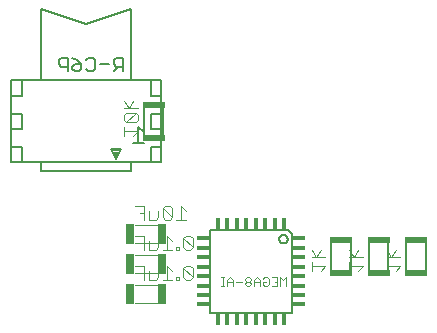
<source format=gbo>
G75*
G70*
%OFA0B0*%
%FSLAX24Y24*%
%IPPOS*%
%LPD*%
%AMOC8*
5,1,8,0,0,1.08239X$1,22.5*
%
%ADD10C,0.0060*%
%ADD11C,0.0030*%
%ADD12R,0.0390X0.0180*%
%ADD13R,0.0180X0.0390*%
%ADD14C,0.0040*%
%ADD15R,0.0720X0.0230*%
%ADD16C,0.0050*%
%ADD17R,0.0200X0.0100*%
%ADD18R,0.0150X0.0050*%
%ADD19R,0.0100X0.0100*%
%ADD20R,0.0295X0.0669*%
D10*
X007464Y004523D02*
X010224Y004523D01*
X010224Y007143D01*
X010084Y007283D01*
X007464Y007283D01*
X007464Y004523D01*
X009783Y006983D02*
X009785Y007006D01*
X009791Y007029D01*
X009800Y007050D01*
X009813Y007070D01*
X009829Y007087D01*
X009847Y007101D01*
X009867Y007112D01*
X009889Y007120D01*
X009912Y007124D01*
X009936Y007124D01*
X009959Y007120D01*
X009981Y007112D01*
X010001Y007101D01*
X010019Y007087D01*
X010035Y007070D01*
X010048Y007050D01*
X010057Y007029D01*
X010063Y007006D01*
X010065Y006983D01*
X010063Y006960D01*
X010057Y006937D01*
X010048Y006916D01*
X010035Y006896D01*
X010019Y006879D01*
X010001Y006865D01*
X009981Y006854D01*
X009959Y006846D01*
X009936Y006842D01*
X009912Y006842D01*
X009889Y006846D01*
X009867Y006854D01*
X009847Y006865D01*
X009829Y006879D01*
X009813Y006896D01*
X009800Y006916D01*
X009791Y006937D01*
X009785Y006960D01*
X009783Y006983D01*
X011514Y006853D02*
X011514Y005953D01*
X012174Y005953D02*
X012174Y006853D01*
X012764Y006853D02*
X012764Y005953D01*
X013424Y005953D02*
X013424Y006853D01*
X014014Y006853D02*
X014014Y005953D01*
X014674Y005953D02*
X014674Y006853D01*
X005844Y009533D02*
X005844Y010053D01*
X005844Y010653D01*
X005844Y011153D01*
X005844Y011753D01*
X005494Y011753D01*
X005494Y012283D01*
X005844Y012283D01*
X005844Y011753D01*
X005924Y011353D02*
X005924Y010453D01*
X005844Y010653D02*
X005494Y010653D01*
X005494Y011153D01*
X005844Y011153D01*
X005264Y011353D02*
X005264Y010453D01*
X005264Y010543D02*
X005084Y010723D01*
X005084Y010183D01*
X005264Y010183D02*
X004904Y010183D01*
X004514Y009983D02*
X004344Y009653D01*
X004344Y009753D01*
X004344Y009653D02*
X004174Y009983D01*
X004514Y009983D01*
X004844Y009533D02*
X005494Y009533D01*
X005494Y010053D01*
X005844Y010053D01*
X005844Y009533D02*
X005494Y009533D01*
X004844Y009533D02*
X004844Y009263D01*
X001844Y009263D01*
X001844Y009533D01*
X004844Y009533D01*
X001844Y009533D02*
X001194Y009533D01*
X000854Y009533D01*
X000854Y010053D01*
X000854Y010653D01*
X000854Y011153D01*
X000854Y011753D01*
X000854Y012283D01*
X001194Y012283D01*
X001844Y012283D01*
X004844Y012283D01*
X005494Y012283D01*
X004844Y012283D02*
X004844Y014653D01*
X003344Y014153D01*
X001844Y014653D01*
X001844Y012283D01*
X001194Y012283D02*
X001194Y011753D01*
X000854Y011753D01*
X000854Y011153D02*
X001194Y011153D01*
X001194Y010653D01*
X000854Y010653D01*
X000854Y010053D02*
X001194Y010053D01*
X001194Y009533D01*
D11*
X007860Y005708D02*
X007957Y005708D01*
X007908Y005708D02*
X007908Y005418D01*
X007860Y005418D02*
X007957Y005418D01*
X008058Y005418D02*
X008058Y005611D01*
X008154Y005708D01*
X008251Y005611D01*
X008251Y005418D01*
X008251Y005563D02*
X008058Y005563D01*
X008352Y005563D02*
X008546Y005563D01*
X008647Y005611D02*
X008695Y005563D01*
X008792Y005563D01*
X008841Y005611D01*
X008841Y005660D01*
X008792Y005708D01*
X008695Y005708D01*
X008647Y005660D01*
X008647Y005611D01*
X008695Y005563D02*
X008647Y005515D01*
X008647Y005466D01*
X008695Y005418D01*
X008792Y005418D01*
X008841Y005466D01*
X008841Y005515D01*
X008792Y005563D01*
X008942Y005563D02*
X009135Y005563D01*
X009135Y005611D02*
X009038Y005708D01*
X008942Y005611D01*
X008942Y005418D01*
X009135Y005418D02*
X009135Y005611D01*
X009236Y005563D02*
X009236Y005466D01*
X009285Y005418D01*
X009381Y005418D01*
X009430Y005466D01*
X009430Y005660D01*
X009381Y005708D01*
X009285Y005708D01*
X009236Y005660D01*
X009236Y005563D02*
X009333Y005563D01*
X009531Y005708D02*
X009724Y005708D01*
X009724Y005418D01*
X009531Y005418D01*
X009628Y005563D02*
X009724Y005563D01*
X009826Y005708D02*
X009826Y005418D01*
X010019Y005418D02*
X010019Y005708D01*
X009922Y005611D01*
X009826Y005708D01*
D12*
X010439Y005745D03*
X010439Y005430D03*
X010439Y005115D03*
X010439Y004800D03*
X010439Y006060D03*
X010439Y006375D03*
X010439Y006690D03*
X010439Y007005D03*
X007249Y007005D03*
X007249Y006690D03*
X007249Y006375D03*
X007249Y006060D03*
X007249Y005745D03*
X007249Y005430D03*
X007249Y005115D03*
X007249Y004800D03*
D13*
X007742Y004308D03*
X008057Y004308D03*
X008372Y004308D03*
X008687Y004308D03*
X009002Y004308D03*
X009317Y004308D03*
X009632Y004308D03*
X009947Y004308D03*
X009947Y007498D03*
X009632Y007498D03*
X009317Y007498D03*
X009002Y007498D03*
X008687Y007498D03*
X008372Y007498D03*
X008057Y007498D03*
X007742Y007498D03*
D14*
X005724Y004843D02*
X004964Y004843D01*
X004964Y005463D02*
X005724Y005463D01*
X005668Y005623D02*
X005438Y005623D01*
X005438Y005930D01*
X005285Y005853D02*
X005131Y005853D01*
X004964Y005843D02*
X005724Y005843D01*
X005745Y005930D02*
X005745Y005700D01*
X005668Y005623D01*
X005898Y005623D02*
X006205Y005623D01*
X006052Y005623D02*
X006052Y006083D01*
X006205Y005930D01*
X006359Y005700D02*
X006359Y005623D01*
X006436Y005623D01*
X006436Y005700D01*
X006359Y005700D01*
X006589Y005700D02*
X006666Y005623D01*
X006819Y005623D01*
X006896Y005700D01*
X006589Y006007D01*
X006589Y005700D01*
X006589Y006007D02*
X006666Y006083D01*
X006819Y006083D01*
X006896Y006007D01*
X006896Y005700D01*
X006819Y006623D02*
X006896Y006700D01*
X006589Y007007D01*
X006589Y006700D01*
X006666Y006623D01*
X006819Y006623D01*
X006896Y006700D02*
X006896Y007007D01*
X006819Y007083D01*
X006666Y007083D01*
X006589Y007007D01*
X006436Y006700D02*
X006359Y006700D01*
X006359Y006623D01*
X006436Y006623D01*
X006436Y006700D01*
X006205Y006623D02*
X005898Y006623D01*
X006052Y006623D02*
X006052Y007083D01*
X006205Y006930D01*
X005745Y006930D02*
X005745Y006700D01*
X005668Y006623D01*
X005438Y006623D01*
X005438Y006930D01*
X005285Y006853D02*
X005131Y006853D01*
X004964Y006843D02*
X005724Y006843D01*
X005285Y006623D02*
X005285Y007083D01*
X004978Y007083D01*
X004964Y007463D02*
X005724Y007463D01*
X005668Y007623D02*
X005438Y007623D01*
X005438Y007930D01*
X005285Y007853D02*
X005131Y007853D01*
X005285Y007623D02*
X005285Y008083D01*
X004978Y008083D01*
X005745Y007930D02*
X005745Y007700D01*
X005668Y007623D01*
X005898Y007700D02*
X005975Y007623D01*
X006129Y007623D01*
X006205Y007700D01*
X005898Y008007D01*
X005898Y007700D01*
X006205Y007700D02*
X006205Y008007D01*
X006129Y008083D01*
X005975Y008083D01*
X005898Y008007D01*
X006359Y007623D02*
X006666Y007623D01*
X006512Y007623D02*
X006512Y008083D01*
X006666Y007930D01*
X005724Y006463D02*
X004964Y006463D01*
X004978Y006083D02*
X005285Y006083D01*
X005285Y005623D01*
X010864Y005923D02*
X010864Y006230D01*
X010864Y006383D02*
X011325Y006383D01*
X011171Y006613D02*
X011018Y006383D01*
X010864Y006613D01*
X010864Y006076D02*
X011325Y006076D01*
X011171Y005923D01*
X012114Y005923D02*
X012114Y006230D01*
X012114Y006383D02*
X012575Y006383D01*
X012421Y006613D02*
X012268Y006383D01*
X012114Y006613D01*
X012114Y006076D02*
X012575Y006076D01*
X012421Y005923D01*
X013364Y005923D02*
X013364Y006230D01*
X013364Y006383D02*
X013825Y006383D01*
X013671Y006613D02*
X013518Y006383D01*
X013364Y006613D01*
X013364Y006076D02*
X013825Y006076D01*
X013671Y005923D01*
X005075Y010576D02*
X004614Y010576D01*
X004614Y010423D02*
X004614Y010730D01*
X004691Y010883D02*
X004998Y011190D01*
X004691Y011190D01*
X004614Y011113D01*
X004614Y010960D01*
X004691Y010883D01*
X004998Y010883D01*
X005075Y010960D01*
X005075Y011113D01*
X004998Y011190D01*
X005075Y011344D02*
X004614Y011344D01*
X004768Y011344D02*
X004921Y011574D01*
X004768Y011344D02*
X004614Y011574D01*
X005075Y010576D02*
X004921Y010423D01*
D15*
X005594Y010348D03*
X005594Y011458D03*
X011844Y006958D03*
X013094Y006958D03*
X014344Y006958D03*
X014344Y005848D03*
X013094Y005848D03*
X011844Y005848D03*
D16*
X004569Y012578D02*
X004569Y013028D01*
X004344Y013028D01*
X004269Y012953D01*
X004269Y012803D01*
X004344Y012728D01*
X004569Y012728D01*
X004419Y012728D02*
X004269Y012578D01*
X004109Y012803D02*
X003808Y012803D01*
X003648Y012653D02*
X003573Y012578D01*
X003423Y012578D01*
X003348Y012653D01*
X003188Y012653D02*
X003188Y012803D01*
X002963Y012803D01*
X002888Y012728D01*
X002888Y012653D01*
X002963Y012578D01*
X003113Y012578D01*
X003188Y012653D01*
X003188Y012803D02*
X003038Y012953D01*
X002888Y013028D01*
X002728Y013028D02*
X002502Y013028D01*
X002427Y012953D01*
X002427Y012803D01*
X002502Y012728D01*
X002728Y012728D01*
X002728Y012578D02*
X002728Y013028D01*
X003348Y012953D02*
X003423Y013028D01*
X003573Y013028D01*
X003648Y012953D01*
X003648Y012653D01*
D17*
X004344Y009863D03*
D18*
X004269Y009938D03*
X004419Y009938D03*
D19*
X004344Y009783D03*
D20*
X004822Y007153D03*
X005866Y007153D03*
X005866Y006153D03*
X004822Y006153D03*
X004822Y005153D03*
X005866Y005153D03*
M02*

</source>
